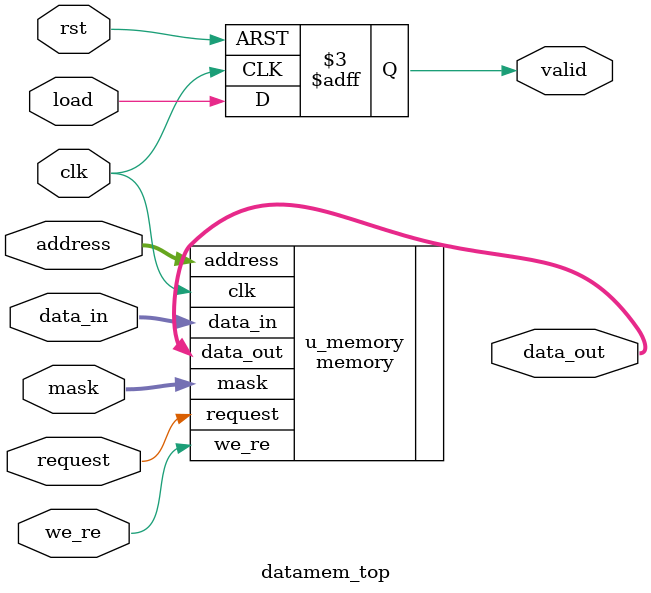
<source format=v>
module datamem_top #(
      parameter INIT_MEM = 0
)(
    input wire clk,
    input wire rst,
    input wire we_re,
    input wire request,
    input wire load,
    input wire [3:0]  mask,
    input wire [11:0]  address,
    input wire [31:0] data_in,

    output reg valid,
    output wire [31:0] data_out
    );

    always @(posedge clk or negedge rst ) begin
        if(!rst)begin
            valid <= 0;
        end
        else begin
            valid <= load;
            end
    end

    memory #(
      .INIT_MEM(INIT_MEM)
    )u_memory(
        .clk(clk),
        .we_re(we_re),
        .request(request),
        .mask(mask),
        .address(address),
        .data_in(data_in),
        .data_out(data_out)
    );
endmodule

</source>
